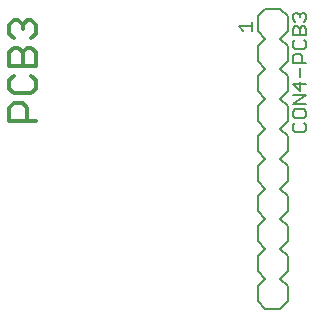
<source format=gto>
G75*
%MOIN*%
%OFA0B0*%
%FSLAX24Y24*%
%IPPOS*%
%LPD*%
%AMOC8*
5,1,8,0,0,1.08239X$1,22.5*
%
%ADD10C,0.0120*%
%ADD11C,0.0060*%
%ADD12C,0.0050*%
D10*
X006209Y007670D02*
X006209Y008110D01*
X006356Y008257D01*
X006650Y008257D01*
X006796Y008110D01*
X006796Y007670D01*
X007090Y007670D02*
X006209Y007670D01*
X006356Y008591D02*
X006943Y008591D01*
X007090Y008738D01*
X007090Y009031D01*
X006943Y009178D01*
X007090Y009512D02*
X007090Y009952D01*
X006943Y010099D01*
X006796Y010099D01*
X006650Y009952D01*
X006650Y009512D01*
X006650Y009952D02*
X006503Y010099D01*
X006356Y010099D01*
X006209Y009952D01*
X006209Y009512D01*
X007090Y009512D01*
X006943Y010432D02*
X007090Y010579D01*
X007090Y010873D01*
X006943Y011020D01*
X006796Y011020D01*
X006650Y010873D01*
X006650Y010726D01*
X006650Y010873D02*
X006503Y011020D01*
X006356Y011020D01*
X006209Y010873D01*
X006209Y010579D01*
X006356Y010432D01*
X006356Y009178D02*
X006209Y009031D01*
X006209Y008738D01*
X006356Y008591D01*
D11*
X014490Y008661D02*
X014490Y009161D01*
X014740Y009411D01*
X014490Y009661D01*
X014490Y010161D01*
X014740Y010411D01*
X014490Y010661D01*
X014490Y011161D01*
X014740Y011411D01*
X015240Y011411D01*
X015490Y011161D01*
X015490Y010661D01*
X015240Y010411D01*
X015490Y010161D01*
X015490Y009661D01*
X015240Y009411D01*
X015490Y009161D01*
X015490Y008661D01*
X015240Y008411D01*
X015490Y008161D01*
X015490Y007661D01*
X015240Y007411D01*
X015490Y007161D01*
X015490Y006661D01*
X015240Y006411D01*
X015490Y006161D01*
X015490Y005661D01*
X015240Y005411D01*
X015490Y005161D01*
X015490Y004661D01*
X015240Y004411D01*
X015490Y004161D01*
X015490Y003661D01*
X015240Y003411D01*
X015490Y003161D01*
X015490Y002661D01*
X015240Y002411D01*
X015490Y002161D01*
X015490Y001661D01*
X015240Y001411D01*
X014740Y001411D01*
X014490Y001661D01*
X014490Y002161D01*
X014740Y002411D01*
X014490Y002661D01*
X014490Y003161D01*
X014740Y003411D01*
X014490Y003661D01*
X014490Y004161D01*
X014740Y004411D01*
X014490Y004661D01*
X014490Y005161D01*
X014740Y005411D01*
X014490Y005661D01*
X014490Y006161D01*
X014740Y006411D01*
X014490Y006661D01*
X014490Y007161D01*
X014740Y007411D01*
X014490Y007661D01*
X014490Y008161D01*
X014740Y008411D01*
X014490Y008661D01*
D12*
X015665Y008513D02*
X016115Y008513D01*
X015665Y008213D01*
X016115Y008213D01*
X016040Y008053D02*
X015740Y008053D01*
X015665Y007978D01*
X015665Y007828D01*
X015740Y007753D01*
X016040Y007753D01*
X016115Y007828D01*
X016115Y007978D01*
X016040Y008053D01*
X016040Y007593D02*
X016115Y007517D01*
X016115Y007367D01*
X016040Y007292D01*
X015740Y007292D01*
X015665Y007367D01*
X015665Y007517D01*
X015740Y007593D01*
X015890Y008673D02*
X015890Y008974D01*
X015890Y009134D02*
X015890Y009434D01*
X015965Y009594D02*
X015965Y009819D01*
X015890Y009894D01*
X015740Y009894D01*
X015665Y009819D01*
X015665Y009594D01*
X016115Y009594D01*
X016040Y010055D02*
X015740Y010055D01*
X015665Y010130D01*
X015665Y010280D01*
X015740Y010355D01*
X015665Y010515D02*
X015665Y010740D01*
X015740Y010815D01*
X015815Y010815D01*
X015890Y010740D01*
X015890Y010515D01*
X016040Y010355D02*
X016115Y010280D01*
X016115Y010130D01*
X016040Y010055D01*
X016115Y010515D02*
X016115Y010740D01*
X016040Y010815D01*
X015965Y010815D01*
X015890Y010740D01*
X016040Y010975D02*
X016115Y011050D01*
X016115Y011201D01*
X016040Y011276D01*
X015965Y011276D01*
X015890Y011201D01*
X015890Y011126D01*
X015890Y011201D02*
X015815Y011276D01*
X015740Y011276D01*
X015665Y011201D01*
X015665Y011050D01*
X015740Y010975D01*
X015665Y010515D02*
X016115Y010515D01*
X016115Y008899D02*
X015665Y008899D01*
X015890Y008673D01*
X014315Y010675D02*
X014315Y010976D01*
X014315Y010826D02*
X013865Y010826D01*
X014015Y010675D01*
M02*

</source>
